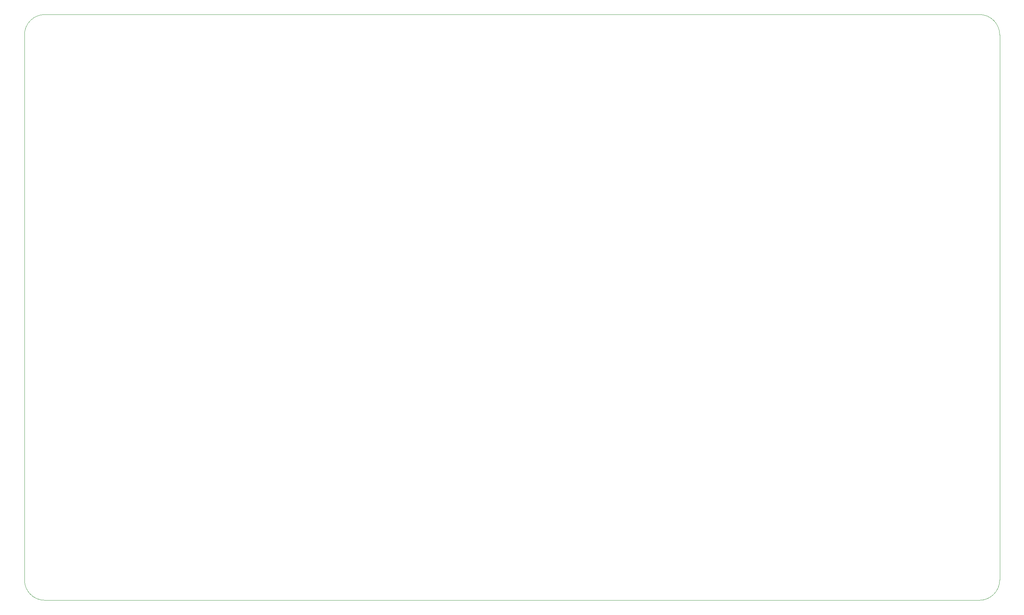
<source format=gbr>
%TF.GenerationSoftware,KiCad,Pcbnew,9.0.2*%
%TF.CreationDate,2025-09-14T19:19:58+01:00*%
%TF.ProjectId,ESP_IOBoard_V4,4553505f-494f-4426-9f61-72645f56342e,rev?*%
%TF.SameCoordinates,Original*%
%TF.FileFunction,Profile,NP*%
%FSLAX46Y46*%
G04 Gerber Fmt 4.6, Leading zero omitted, Abs format (unit mm)*
G04 Created by KiCad (PCBNEW 9.0.2) date 2025-09-14 19:19:58*
%MOMM*%
%LPD*%
G01*
G04 APERTURE LIST*
%TA.AperFunction,Profile*%
%ADD10C,0.038100*%
%TD*%
G04 APERTURE END LIST*
D10*
X261874000Y-156112200D02*
G75*
G02*
X256874000Y-161112200I-5000000J0D01*
G01*
X22225000Y-22170400D02*
G75*
G02*
X27225000Y-17170400I5000000J0D01*
G01*
X27225000Y-17170400D02*
X256874000Y-17170400D01*
X256874000Y-17170400D02*
G75*
G02*
X261874000Y-22170400I0J-5000000D01*
G01*
X27225000Y-161112200D02*
G75*
G02*
X22225000Y-156112200I0J5000000D01*
G01*
X261874000Y-22170400D02*
X261874000Y-156112200D01*
X22225000Y-156112200D02*
X22225000Y-22170400D01*
X256874000Y-161112200D02*
X27225000Y-161112200D01*
M02*

</source>
